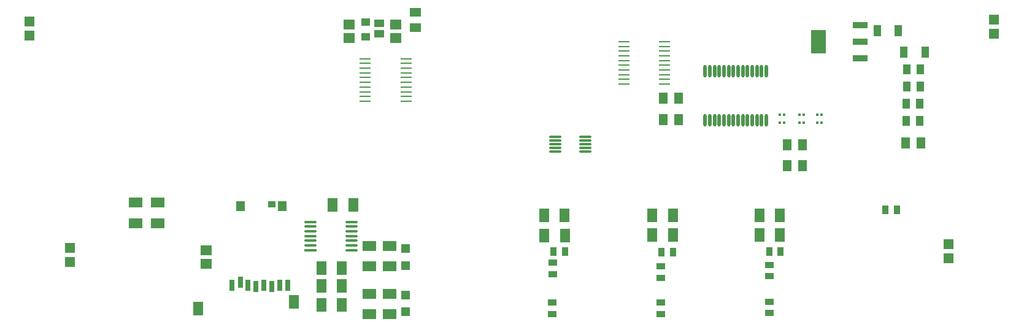
<source format=gbp>
%FSTAX23Y23*%
%MOIN*%
%SFA1B1*%

%IPPOS*%
%AMD88*
4,1,8,0.025100,0.007500,-0.025100,0.007500,-0.032600,0.000000,-0.032600,0.000000,-0.025100,-0.007500,0.025100,-0.007500,0.032600,0.000000,0.032600,0.000000,0.025100,0.007500,0.0*
1,1,0.014992,0.025100,0.000000*
1,1,0.014992,-0.025100,0.000000*
1,1,0.014992,-0.025100,0.000000*
1,1,0.014992,0.025100,0.000000*
%
%ADD28R,0.075197X0.053937*%
%ADD86R,0.037594X0.049689*%
%ADD87R,0.057563X0.053342*%
G04~CAMADD=88~8~0.0~0.0~651.7~149.9~75.0~0.0~15~0.0~0.0~0.0~0.0~0~0.0~0.0~0.0~0.0~0~0.0~0.0~0.0~0.0~651.7~149.9*
%ADD88D88*%
%ADD89R,0.065173X0.014992*%
%ADD90R,0.031496X0.059055*%
%ADD91R,0.051181X0.055118*%
%ADD92R,0.039370X0.037401*%
%ADD93R,0.055118X0.074803*%
%ADD94R,0.047500X0.059378*%
%ADD95O,0.066929X0.011811*%
%ADD96R,0.059055X0.055118*%
%ADD98R,0.045275X0.045275*%
%ADD99R,0.039626X0.055441*%
%ADD100R,0.014961X0.015748*%
%ADD101R,0.053150X0.043307*%
%ADD102R,0.053937X0.075197*%
%ADD103R,0.041339X0.062992*%
%ADD104R,0.084645X0.037401*%
%ADD105O,0.017716X0.070866*%
%ADD106R,0.049689X0.037594*%
%ADD107R,0.084645X0.127952*%
%ADD108R,0.059378X0.047500*%
%ADD109R,0.049212X0.039370*%
%ADD120R,0.061024X0.009843*%
%LNbrushed_pcb-1*%
%LPD*%
G54D28*
X-00667Y-00953D03*
Y-01065D03*
X-00776Y-00953D03*
Y-01065D03*
X-00667Y-00693D03*
Y-00805D03*
X-00776Y-00693D03*
Y-00805D03*
X-01927Y-0057D03*
Y-00458D03*
X-02047Y-00571D03*
Y-00459D03*
G54D86*
X02026Y-00496D03*
X02088D03*
X0081Y-00729D03*
X00871D03*
X00224Y-00725D03*
X00285D03*
X01395D03*
X01456D03*
G54D87*
X0237Y-00685D03*
Y-00762D03*
X02617Y00536D03*
Y00459D03*
X-02404Y-00703D03*
Y-0078D03*
X-02623Y00448D03*
Y00525D03*
G54D88*
X-00874Y-00716D03*
Y-00691D03*
Y-00665D03*
Y-0064D03*
Y-00614D03*
Y-00588D03*
Y-00563D03*
X-01097D03*
Y-00588D03*
Y-00614D03*
Y-0064D03*
Y-00665D03*
Y-00691D03*
G54D89*
X-01097Y-00716D03*
G54D90*
X-0122Y-00906D03*
X-01263D03*
X-01306Y-00914D03*
X-0135Y-00906D03*
X-01393Y-00914D03*
X-01436Y-00906D03*
X-01479Y-0089D03*
X-01523Y-00906D03*
G54D91*
X-01251Y-00478D03*
X-01476D03*
G54D92*
X-01306Y-00469D03*
G54D93*
X-01188Y-00996D03*
X-01706Y-01035D03*
G54D94*
X0222Y-00134D03*
X02137D03*
X00903Y-00006D03*
X0082D03*
X00903Y0011D03*
X0082D03*
X01494Y-00259D03*
X01576D03*
X01494Y-00145D03*
X01576D03*
G54D95*
X00395Y-00181D03*
Y-00161D03*
X00234Y-00181D03*
Y-00161D03*
Y-00141D03*
Y-00122D03*
Y-00102D03*
X00395Y-00141D03*
Y-00122D03*
Y-00102D03*
G54D96*
X-01663Y-00791D03*
Y-00716D03*
X-00633Y00509D03*
Y00435D03*
X-00887Y00509D03*
Y00435D03*
G54D98*
X-00581Y-00708D03*
Y-008D03*
Y-01052D03*
Y-0096D03*
G54D99*
X02141Y00266D03*
X02216D03*
X02141Y00172D03*
X02216D03*
X02139Y00079D03*
X02214D03*
X02139Y-00013D03*
X02214D03*
G54D100*
X01476Y-00024D03*
X01454D03*
X01581D03*
X01559D03*
Y00018D03*
X01581D03*
X01679Y-00024D03*
X01657D03*
Y00018D03*
X01679D03*
X01454Y00019D03*
X01476D03*
G54D101*
X-00724Y0046D03*
Y00515D03*
G54D102*
X-01038Y-00813D03*
X-00926D03*
X-01038Y-00911D03*
X-00926D03*
Y-01014D03*
X-01038D03*
X-00977Y-00472D03*
X-00865D03*
X01341Y-00635D03*
X00173Y-00636D03*
X0076Y-00635D03*
Y-00528D03*
X00872D03*
X00172D03*
X00284D03*
X01341D03*
X01453D03*
X00872Y-00635D03*
X00285Y-00636D03*
X01453Y-00635D03*
G54D103*
X02126Y00359D03*
X02243D03*
X02097Y00476D03*
X01981D03*
G54D104*
X01889Y00326D03*
Y00507D03*
Y00417D03*
G54D105*
X01252Y00257D03*
X01303Y-0001D03*
X01047Y00257D03*
X01073D03*
X01098D03*
X01124D03*
X01149D03*
X01175D03*
X012D03*
X01226D03*
X01277D03*
X01303D03*
X01328D03*
X01354D03*
X0138D03*
X01047Y-0001D03*
X01073D03*
X01098D03*
X01124D03*
X01149D03*
X01175D03*
X012D03*
X01226D03*
X01252D03*
X01277D03*
X01328D03*
X01354D03*
X0138D03*
G54D106*
X00218Y-00785D03*
Y-00846D03*
X00216Y-01063D03*
Y-01002D03*
X00805D03*
Y-01063D03*
Y-00805D03*
Y-00866D03*
X01395Y-00857D03*
Y-00796D03*
Y-01057D03*
Y-00996D03*
G54D107*
X01661Y00417D03*
G54D108*
X-00527Y00576D03*
Y00493D03*
G54D109*
X-00799Y00442D03*
Y00521D03*
G54D120*
X00605Y00186D03*
Y00211D03*
Y00237D03*
Y00262D03*
Y00288D03*
Y00314D03*
Y00339D03*
Y00365D03*
Y0039D03*
Y00416D03*
X00825Y00186D03*
X00825Y00211D03*
Y00237D03*
X00825Y00262D03*
Y00288D03*
X00825Y00314D03*
Y00339D03*
X00825Y00365D03*
Y0039D03*
X00825Y00416D03*
X-008Y00093D03*
Y00119D03*
Y00144D03*
Y0017D03*
Y00195D03*
Y00221D03*
Y00247D03*
Y00272D03*
Y00298D03*
Y00323D03*
X-00579Y00093D03*
Y00119D03*
Y00144D03*
Y0017D03*
Y00195D03*
Y00221D03*
Y00247D03*
Y00272D03*
Y00298D03*
Y00323D03*
M02*
</source>
